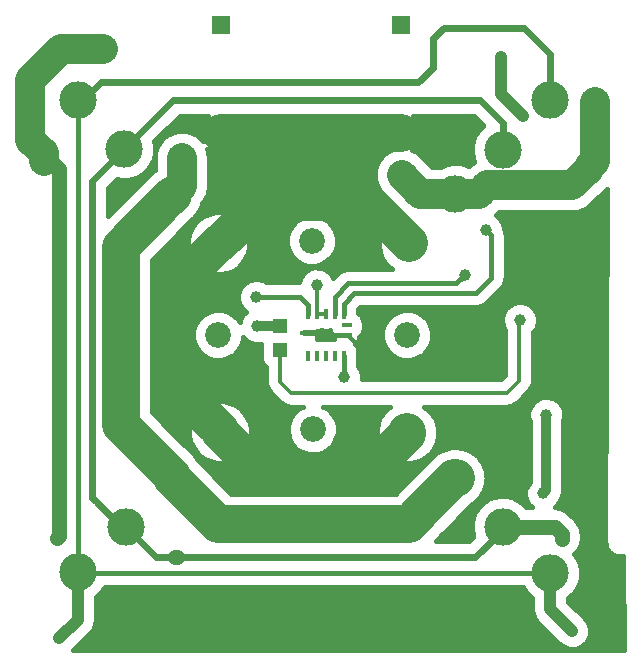
<source format=gbr>
G04 #@! TF.FileFunction,Copper,L2,Bot,Signal*
%FSLAX46Y46*%
G04 Gerber Fmt 4.6, Leading zero omitted, Abs format (unit mm)*
G04 Created by KiCad (PCBNEW 4.0.6) date 05/08/17 07:17:05*
%MOMM*%
%LPD*%
G01*
G04 APERTURE LIST*
%ADD10C,0.100000*%
%ADD11R,1.200000X1.200000*%
%ADD12C,2.540000*%
%ADD13C,3.175000*%
%ADD14R,0.350000X0.805000*%
%ADD15R,0.805000X0.400000*%
%ADD16R,1.600000X1.600000*%
%ADD17C,2.184400*%
%ADD18C,1.006400*%
%ADD19C,0.812800*%
%ADD20C,0.406400*%
%ADD21C,3.200000*%
%ADD22C,0.304800*%
%ADD23C,1.016000*%
%ADD24C,1.270000*%
%ADD25C,2.540000*%
%ADD26C,0.609600*%
G04 APERTURE END LIST*
D10*
D11*
X176540100Y-104293900D03*
X176540100Y-106393900D03*
D12*
X191385100Y-93155900D03*
D13*
X191385100Y-93155900D03*
D12*
X167376100Y-117190900D03*
D13*
X167376100Y-117190900D03*
D12*
X171471100Y-113312900D03*
D13*
X171471100Y-113312900D03*
D12*
X187502100Y-97344900D03*
D13*
X187502100Y-97344900D03*
D12*
X199393100Y-85154900D03*
D13*
X199393100Y-85154900D03*
D12*
X159426100Y-125149900D03*
D13*
X159426100Y-125149900D03*
D12*
X195380100Y-89398900D03*
D13*
X195380100Y-89398900D03*
D12*
X163489100Y-121348900D03*
D13*
X163489100Y-121348900D03*
D14*
X178926300Y-103292000D03*
X179676300Y-103292000D03*
X180426300Y-103292000D03*
X181176300Y-103292000D03*
X181926300Y-103292000D03*
D15*
X182198800Y-104264500D03*
D14*
X181926300Y-106837000D03*
X181176300Y-106837000D03*
X180426300Y-106837000D03*
X179676300Y-106837000D03*
X178926300Y-106837000D03*
D15*
X178653800Y-104889500D03*
X182198800Y-105064500D03*
D12*
X187325100Y-113335900D03*
D13*
X187325100Y-113335900D03*
D12*
X171340500Y-97318500D03*
D13*
X171340500Y-97318500D03*
D12*
X167453500Y-93243700D03*
D13*
X167453500Y-93243700D03*
D12*
X191409300Y-117206700D03*
D13*
X191409300Y-117206700D03*
D12*
X199416300Y-125216700D03*
D13*
X199416300Y-125216700D03*
D12*
X159447500Y-85198300D03*
D13*
X159447500Y-85198300D03*
D12*
X163367300Y-89364100D03*
D13*
X163367300Y-89364100D03*
D12*
X195379300Y-121331900D03*
D13*
X195379300Y-121331900D03*
D16*
X186752100Y-87964900D03*
X186752100Y-78820900D03*
X171512100Y-78820900D03*
X171512100Y-87964900D03*
D17*
X171307700Y-105089900D03*
X179257700Y-97113500D03*
X187309700Y-105089900D03*
X179308700Y-113090900D03*
D18*
X174609700Y-104327900D03*
X183909100Y-106056900D03*
X185499600Y-95342400D03*
X181975700Y-108645900D03*
X174533500Y-101889500D03*
X197156100Y-86538900D03*
X195245100Y-81528900D03*
X157696100Y-122279900D03*
X156042300Y-90332500D03*
X161522100Y-80875900D03*
X196860100Y-103819900D03*
X203248100Y-85354100D03*
X168233100Y-90074900D03*
X186837100Y-91519900D03*
X201280100Y-130165900D03*
X157860100Y-130768900D03*
X200429100Y-122324900D03*
X167622100Y-123875900D03*
X198836100Y-118506900D03*
X199095300Y-111846300D03*
X179680100Y-100897900D03*
X193982100Y-96219900D03*
X192178100Y-99986900D03*
D19*
X176540100Y-104293900D02*
X174745300Y-104293900D01*
X174745300Y-104293900D02*
X174609700Y-104327900D01*
D20*
X178653800Y-104889500D02*
X178680400Y-104862900D01*
X178680400Y-104862900D02*
X180125100Y-104862900D01*
X180125100Y-104862900D02*
X180326700Y-105064500D01*
X180326700Y-105064500D02*
X182198800Y-105064500D01*
D21*
X187325100Y-113335900D02*
X187325100Y-113476900D01*
X187325100Y-113476900D02*
X183835100Y-116966900D01*
X183835100Y-116966900D02*
X175125100Y-116966900D01*
X175125100Y-116966900D02*
X171471100Y-113312900D01*
X171471100Y-113312900D02*
X171471100Y-113177900D01*
X171471100Y-113177900D02*
X168360100Y-110066900D01*
X168360100Y-110066900D02*
X168360100Y-110010900D01*
X168360100Y-110010900D02*
X167375100Y-109025900D01*
X167375100Y-109025900D02*
X167375100Y-101283900D01*
X167375100Y-101283900D02*
X171340500Y-97318500D01*
X171340500Y-97318500D02*
X171458500Y-97318500D01*
X171458500Y-97318500D02*
X174976100Y-93800900D01*
X174976100Y-93800900D02*
X183958100Y-93800900D01*
X183958100Y-93800900D02*
X185499600Y-95342400D01*
X185499600Y-95342400D02*
X187502100Y-97344900D01*
X171512100Y-87964900D02*
X186752100Y-87964900D01*
X171512100Y-87964900D02*
X177779100Y-87964900D01*
X177779100Y-87964900D02*
X179196100Y-89381900D01*
X179196100Y-89381900D02*
X179539100Y-89381900D01*
X179539100Y-89381900D02*
X183958100Y-93800900D01*
D22*
X183909100Y-106056900D02*
X183191200Y-106056900D01*
X183191200Y-106056900D02*
X182198800Y-105064500D01*
D20*
X181926300Y-106837000D02*
X181926300Y-108596500D01*
X181926300Y-108596500D02*
X181975700Y-108645900D01*
X178926300Y-103292000D02*
X178926300Y-102523100D01*
X178926300Y-102523100D02*
X178241900Y-101838700D01*
X178241900Y-101838700D02*
X174584300Y-101838700D01*
X174584300Y-101838700D02*
X174533500Y-101889500D01*
D23*
X197156100Y-86538900D02*
X197024100Y-86493900D01*
X197024100Y-86493900D02*
X195245100Y-84714900D01*
X195245100Y-84714900D02*
X195245100Y-81528900D01*
D24*
X157696100Y-122279900D02*
X157860100Y-122115900D01*
X157860100Y-122115900D02*
X157860100Y-91007900D01*
X157860100Y-91007900D02*
X157184700Y-90332500D01*
X157184700Y-90332500D02*
X156548100Y-90332500D01*
X156548100Y-90332500D02*
X156042300Y-90332500D01*
D25*
X158024100Y-80875900D02*
X155399100Y-83500900D01*
X155399100Y-83500900D02*
X155399100Y-88542900D01*
X155399100Y-88542900D02*
X156548100Y-89691900D01*
X156548100Y-89691900D02*
X156548100Y-90332500D01*
X161522100Y-80875900D02*
X158024100Y-80875900D01*
D22*
X176540100Y-106393900D02*
X176540100Y-109052300D01*
X176540100Y-109052300D02*
X177479900Y-109992100D01*
X177479900Y-109992100D02*
X195742500Y-109992100D01*
X195742500Y-109992100D02*
X196783900Y-108950700D01*
X196783900Y-108950700D02*
X196783900Y-103896100D01*
X196783900Y-103896100D02*
X196860100Y-103819900D01*
D25*
X202702100Y-91007900D02*
X202702100Y-90842900D01*
X202702100Y-90842900D02*
X203194100Y-90350900D01*
X203194100Y-90350900D02*
X203194100Y-85408100D01*
X203194100Y-85408100D02*
X203248100Y-85354100D01*
X191385100Y-93155900D02*
X193373100Y-93155900D01*
X193373100Y-93155900D02*
X194108100Y-92420900D01*
X194108100Y-92420900D02*
X201289100Y-92420900D01*
X201289100Y-92420900D02*
X202702100Y-91007900D01*
D21*
X191409300Y-117206700D02*
X191311300Y-117206700D01*
X191311300Y-117206700D02*
X188265100Y-120252900D01*
X188265100Y-120252900D02*
X188265100Y-120309900D01*
X188265100Y-120309900D02*
X187445100Y-121129900D01*
X187445100Y-121129900D02*
X171315100Y-121129900D01*
X171315100Y-121129900D02*
X167376100Y-117190900D01*
X167376100Y-117190900D02*
X167376100Y-117015900D01*
X167376100Y-117015900D02*
X163055100Y-112694900D01*
X163055100Y-112694900D02*
X163055100Y-97642100D01*
X163055100Y-97642100D02*
X167090700Y-93606500D01*
X167090700Y-93606500D02*
X167453500Y-93243700D01*
D25*
X168233100Y-90074900D02*
X168233100Y-92464100D01*
X168233100Y-92464100D02*
X167090700Y-93606500D01*
X191385100Y-93155900D02*
X188435100Y-93117900D01*
X188435100Y-93117900D02*
X186837100Y-91519900D01*
D20*
X199416300Y-125216700D02*
X159492900Y-125216700D01*
X159492900Y-125216700D02*
X159426100Y-125149900D01*
X159426100Y-125149900D02*
X159426100Y-85219700D01*
X159426100Y-85219700D02*
X159447500Y-85198300D01*
X199349700Y-85198300D02*
X199393100Y-85154900D01*
D23*
X201280100Y-130165900D02*
X199416300Y-128302100D01*
X199416300Y-128302100D02*
X199416300Y-125216700D01*
X157860100Y-130768900D02*
X159426100Y-129202900D01*
X159426100Y-129202900D02*
X159426100Y-125149900D01*
D26*
X199349700Y-85198300D02*
X199366100Y-85181900D01*
X199366100Y-85181900D02*
X199366100Y-81313900D01*
X199366100Y-81313900D02*
X197176100Y-79123900D01*
X197176100Y-79123900D02*
X192968100Y-79123900D01*
X159447500Y-85198300D02*
X159859700Y-85198300D01*
X159859700Y-85198300D02*
X161380100Y-83677900D01*
X161380100Y-83677900D02*
X188262100Y-83677900D01*
X188262100Y-83677900D02*
X189494100Y-82445900D01*
X189494100Y-82445900D02*
X189494100Y-79980900D01*
X189494100Y-79980900D02*
X190405100Y-79069900D01*
X190405100Y-79069900D02*
X192914100Y-79069900D01*
X192914100Y-79069900D02*
X192968100Y-79123900D01*
X195380100Y-89398900D02*
X195380100Y-87105900D01*
X195380100Y-87105900D02*
X193503100Y-85228900D01*
X193503100Y-85228900D02*
X167502500Y-85228900D01*
X167502500Y-85228900D02*
X163367300Y-89364100D01*
X163489100Y-121348900D02*
X163097100Y-121348900D01*
X163097100Y-121348900D02*
X160924100Y-119175900D01*
X160924100Y-119175900D02*
X160924100Y-119129900D01*
X160924100Y-119129900D02*
X160651100Y-118856900D01*
X160651100Y-118856900D02*
X160651100Y-92080300D01*
X160651100Y-92080300D02*
X163367300Y-89364100D01*
X195379300Y-121331900D02*
X195379300Y-121588700D01*
X195379300Y-121588700D02*
X193412100Y-123555900D01*
X193412100Y-123555900D02*
X193368100Y-123555900D01*
X193368100Y-123555900D02*
X193048100Y-123875900D01*
X193048100Y-123875900D02*
X167804100Y-123875900D01*
X167622100Y-123875900D02*
X166016100Y-123875900D01*
X166016100Y-123875900D02*
X163489100Y-121348900D01*
D24*
X200429100Y-122324900D02*
X200429100Y-121958900D01*
X200429100Y-121958900D02*
X199791100Y-121320900D01*
X199791100Y-121320900D02*
X195390300Y-121320900D01*
X195390300Y-121320900D02*
X195379300Y-121331900D01*
X167622100Y-123875900D02*
X167804100Y-123875900D01*
D19*
X198836100Y-118506900D02*
X199095300Y-118247700D01*
X199095300Y-118247700D02*
X199095300Y-111846300D01*
D22*
X179680100Y-100897900D02*
X179715100Y-103229200D01*
X179715100Y-103229200D02*
X179676300Y-103292000D01*
X180426300Y-103292000D02*
X179676300Y-103292000D01*
D20*
X181926300Y-103292000D02*
X181926300Y-102426700D01*
X181926300Y-102426700D02*
X182846100Y-101506900D01*
X182846100Y-101506900D02*
X193158100Y-101506900D01*
X193158100Y-101506900D02*
X194425100Y-100239900D01*
X194425100Y-100239900D02*
X194425100Y-96662900D01*
X194425100Y-96662900D02*
X193982100Y-96219900D01*
X181176300Y-103292000D02*
X181176300Y-101846700D01*
X181176300Y-101846700D02*
X182308100Y-100714900D01*
X182308100Y-100714900D02*
X191419100Y-100714900D01*
X191419100Y-100714900D02*
X192178100Y-99986900D01*
G36*
X170399662Y-86580370D02*
X170291629Y-86652555D01*
X170199755Y-86744430D01*
X170127570Y-86852462D01*
X170077848Y-86972502D01*
X170052500Y-87099935D01*
X170052500Y-87775000D01*
X170217400Y-87939900D01*
X171487100Y-87939900D01*
X171487100Y-87919900D01*
X171537100Y-87919900D01*
X171537100Y-87939900D01*
X172806800Y-87939900D01*
X172971700Y-87775000D01*
X172971700Y-87099935D01*
X172946352Y-86972502D01*
X172896630Y-86852462D01*
X172824445Y-86744430D01*
X172732571Y-86652555D01*
X172624538Y-86580370D01*
X172550494Y-86549700D01*
X185713706Y-86549700D01*
X185639662Y-86580370D01*
X185531629Y-86652555D01*
X185439755Y-86744430D01*
X185367570Y-86852462D01*
X185317848Y-86972502D01*
X185292500Y-87099935D01*
X185292500Y-87775000D01*
X185457400Y-87939900D01*
X186727100Y-87939900D01*
X186727100Y-87919900D01*
X186777100Y-87919900D01*
X186777100Y-87939900D01*
X188046800Y-87939900D01*
X188211700Y-87775000D01*
X188211700Y-87099935D01*
X188186352Y-86972502D01*
X188136630Y-86852462D01*
X188064445Y-86744430D01*
X187972571Y-86652555D01*
X187864538Y-86580370D01*
X187790494Y-86549700D01*
X192956006Y-86549700D01*
X193756281Y-87349975D01*
X193740844Y-87360076D01*
X193376053Y-87717305D01*
X193087597Y-88138586D01*
X192886461Y-88607871D01*
X192780307Y-89107286D01*
X192773178Y-89617809D01*
X192865346Y-90119994D01*
X192991006Y-90437376D01*
X192863055Y-90503699D01*
X192853660Y-90511199D01*
X192843047Y-90516842D01*
X192679402Y-90650307D01*
X192514381Y-90782042D01*
X192497654Y-90798537D01*
X192497306Y-90798821D01*
X192497113Y-90799054D01*
X192158701Y-90656799D01*
X191658557Y-90554134D01*
X191147996Y-90550570D01*
X190646467Y-90646242D01*
X190173073Y-90837505D01*
X190148206Y-90853778D01*
X189394157Y-90844065D01*
X188453546Y-89903454D01*
X188108791Y-89620270D01*
X187715599Y-89409442D01*
X187706599Y-89406691D01*
X187744498Y-89399152D01*
X187864538Y-89349430D01*
X187972571Y-89277245D01*
X188064445Y-89185370D01*
X188136630Y-89077338D01*
X188186352Y-88957298D01*
X188211700Y-88829865D01*
X188211700Y-88154800D01*
X188046800Y-87989900D01*
X186777100Y-87989900D01*
X186777100Y-88009900D01*
X186727100Y-88009900D01*
X186727100Y-87989900D01*
X185457400Y-87989900D01*
X185292500Y-88154800D01*
X185292500Y-88829865D01*
X185317848Y-88957298D01*
X185367570Y-89077338D01*
X185439755Y-89185370D01*
X185531629Y-89277245D01*
X185639662Y-89349430D01*
X185759702Y-89399152D01*
X185887135Y-89424500D01*
X185933260Y-89424500D01*
X185578701Y-89611438D01*
X185231978Y-89892209D01*
X184946393Y-90234977D01*
X184732826Y-90626689D01*
X184599409Y-91052423D01*
X184551225Y-91495961D01*
X184590110Y-91940412D01*
X184714582Y-92368847D01*
X184919899Y-92764945D01*
X185198242Y-93113619D01*
X185220654Y-93136346D01*
X186818654Y-94734346D01*
X186907936Y-94807683D01*
X186763467Y-94835242D01*
X186290073Y-95026505D01*
X185862844Y-95306076D01*
X185498053Y-95663305D01*
X185209597Y-96084586D01*
X185008461Y-96553871D01*
X184902307Y-97053286D01*
X184895178Y-97563809D01*
X184987346Y-98065994D01*
X185175300Y-98540713D01*
X185451882Y-98969883D01*
X185806555Y-99337158D01*
X186034667Y-99495700D01*
X182308100Y-99495700D01*
X182195997Y-99506692D01*
X182083827Y-99516505D01*
X182077672Y-99518293D01*
X182071289Y-99518919D01*
X181963440Y-99551481D01*
X181855328Y-99582890D01*
X181849637Y-99585840D01*
X181843499Y-99587693D01*
X181744072Y-99640560D01*
X181644076Y-99692392D01*
X181639064Y-99696393D01*
X181633405Y-99699402D01*
X181546134Y-99770578D01*
X181458117Y-99840842D01*
X181449192Y-99849643D01*
X181449010Y-99849791D01*
X181448871Y-99849959D01*
X181445995Y-99852795D01*
X181054116Y-100244674D01*
X181027965Y-100181228D01*
X180863092Y-99933075D01*
X180653160Y-99721672D01*
X180406165Y-99555072D01*
X180131513Y-99439619D01*
X179839668Y-99379712D01*
X179541745Y-99377632D01*
X179249091Y-99433458D01*
X178972855Y-99545065D01*
X178723557Y-99708201D01*
X178510694Y-99916652D01*
X178342373Y-100162478D01*
X178225006Y-100436317D01*
X178186069Y-100619500D01*
X175367537Y-100619500D01*
X175259565Y-100546672D01*
X174984913Y-100431219D01*
X174693068Y-100371312D01*
X174395145Y-100369232D01*
X174102491Y-100425058D01*
X173826255Y-100536665D01*
X173576957Y-100699801D01*
X173364094Y-100908252D01*
X173195773Y-101154078D01*
X173078406Y-101427917D01*
X173016463Y-101719337D01*
X173012303Y-102017238D01*
X173066085Y-102310274D01*
X173175761Y-102587283D01*
X173337152Y-102837714D01*
X173544112Y-103052027D01*
X173660853Y-103133165D01*
X173653157Y-103138201D01*
X173440294Y-103346652D01*
X173271973Y-103592478D01*
X173154606Y-103866317D01*
X173123423Y-104013020D01*
X172949343Y-103751008D01*
X172658020Y-103457644D01*
X172315263Y-103226452D01*
X171934128Y-103066237D01*
X171529133Y-102983104D01*
X171115704Y-102980217D01*
X170709588Y-103057688D01*
X170326253Y-103212565D01*
X169980302Y-103438950D01*
X169684911Y-103728218D01*
X169451331Y-104069353D01*
X169288460Y-104449359D01*
X169202501Y-104853764D01*
X169196729Y-105267163D01*
X169271362Y-105673810D01*
X169423559Y-106058217D01*
X169647523Y-106405740D01*
X169934722Y-106703144D01*
X170274218Y-106939099D01*
X170653078Y-107104619D01*
X171056873Y-107193399D01*
X171470222Y-107202058D01*
X171877380Y-107130265D01*
X172262839Y-106980755D01*
X172611918Y-106759223D01*
X172911319Y-106474107D01*
X173149639Y-106136267D01*
X173317800Y-105758571D01*
X173409397Y-105355406D01*
X173410565Y-105271789D01*
X173413352Y-105276114D01*
X173620312Y-105490427D01*
X173864957Y-105660460D01*
X174137970Y-105779736D01*
X174428950Y-105843712D01*
X174726816Y-105849952D01*
X174919185Y-105816032D01*
X174919185Y-106993900D01*
X174932087Y-107155694D01*
X175017070Y-107430114D01*
X175175140Y-107669994D01*
X175371700Y-107837521D01*
X175371700Y-109052300D01*
X175382230Y-109159689D01*
X175391638Y-109267229D01*
X175393353Y-109273131D01*
X175393952Y-109279243D01*
X175425144Y-109382558D01*
X175455257Y-109486206D01*
X175458084Y-109491659D01*
X175459860Y-109497543D01*
X175510526Y-109592831D01*
X175560197Y-109688657D01*
X175564032Y-109693461D01*
X175566915Y-109698883D01*
X175635110Y-109782498D01*
X175702462Y-109866868D01*
X175710898Y-109875423D01*
X175711038Y-109875595D01*
X175711197Y-109875727D01*
X175713916Y-109878484D01*
X176653717Y-110818284D01*
X176737100Y-110886775D01*
X176819793Y-110956163D01*
X176825177Y-110959123D01*
X176829924Y-110963022D01*
X176925027Y-111014016D01*
X177019618Y-111066018D01*
X177025475Y-111067876D01*
X177030889Y-111070779D01*
X177134080Y-111102327D01*
X177236976Y-111134968D01*
X177243084Y-111135653D01*
X177248958Y-111137449D01*
X177356331Y-111148356D01*
X177463587Y-111160386D01*
X177475595Y-111160470D01*
X177475822Y-111160493D01*
X177476034Y-111160473D01*
X177479900Y-111160500D01*
X178458594Y-111160500D01*
X178327253Y-111213565D01*
X177981302Y-111439950D01*
X177685911Y-111729218D01*
X177452331Y-112070353D01*
X177289460Y-112450359D01*
X177203501Y-112854764D01*
X177197729Y-113268163D01*
X177272362Y-113674810D01*
X177424559Y-114059217D01*
X177648523Y-114406740D01*
X177935722Y-114704144D01*
X178275218Y-114940099D01*
X178654078Y-115105619D01*
X179057873Y-115194399D01*
X179471222Y-115203058D01*
X179878380Y-115131265D01*
X180263839Y-114981755D01*
X180612918Y-114760223D01*
X180912319Y-114475107D01*
X181150639Y-114137267D01*
X181318800Y-113759571D01*
X181410397Y-113356406D01*
X181416991Y-112884180D01*
X181336687Y-112478615D01*
X181179137Y-112096371D01*
X180950343Y-111752008D01*
X180659020Y-111458644D01*
X180316263Y-111227452D01*
X180156991Y-111160500D01*
X185894554Y-111160500D01*
X185685844Y-111297076D01*
X185321053Y-111654305D01*
X185032597Y-112075586D01*
X184831461Y-112544871D01*
X184725307Y-113044286D01*
X184718178Y-113554809D01*
X184810346Y-114056994D01*
X184998300Y-114531713D01*
X185274882Y-114960883D01*
X185629555Y-115328158D01*
X186048812Y-115619549D01*
X186516682Y-115823956D01*
X187015344Y-115933594D01*
X187525804Y-115944287D01*
X188028620Y-115855627D01*
X188504639Y-115670991D01*
X188935730Y-115397413D01*
X189305472Y-115045312D01*
X189599783Y-114628100D01*
X189807452Y-114161668D01*
X189920568Y-113663784D01*
X189928711Y-113080614D01*
X189829541Y-112579765D01*
X189634977Y-112107717D01*
X189352430Y-111682450D01*
X188992663Y-111320163D01*
X188755953Y-111160500D01*
X195742500Y-111160500D01*
X195849889Y-111149970D01*
X195957429Y-111140562D01*
X195963331Y-111138847D01*
X195969443Y-111138248D01*
X196072758Y-111107056D01*
X196176406Y-111076943D01*
X196181859Y-111074116D01*
X196187743Y-111072340D01*
X196283031Y-111021674D01*
X196378857Y-110972003D01*
X196383661Y-110968168D01*
X196389083Y-110965285D01*
X196472698Y-110897090D01*
X196557068Y-110829738D01*
X196565623Y-110821302D01*
X196565795Y-110821162D01*
X196565927Y-110821003D01*
X196568684Y-110818284D01*
X197610084Y-109776884D01*
X197678596Y-109693476D01*
X197747963Y-109610807D01*
X197750923Y-109605423D01*
X197754822Y-109600676D01*
X197805816Y-109505573D01*
X197857818Y-109410982D01*
X197859676Y-109405125D01*
X197862579Y-109399711D01*
X197894127Y-109296520D01*
X197926768Y-109193624D01*
X197927453Y-109187516D01*
X197929249Y-109181642D01*
X197940156Y-109074269D01*
X197952186Y-108967013D01*
X197952270Y-108955005D01*
X197952293Y-108954778D01*
X197952273Y-108954566D01*
X197952300Y-108950700D01*
X197952300Y-104877747D01*
X198015692Y-104817380D01*
X198187428Y-104573927D01*
X198308608Y-104301754D01*
X198374614Y-104011228D01*
X198379365Y-103670935D01*
X198321497Y-103378678D01*
X198207965Y-103103228D01*
X198043092Y-102855075D01*
X197833160Y-102643672D01*
X197586165Y-102477072D01*
X197311513Y-102361619D01*
X197019668Y-102301712D01*
X196721745Y-102299632D01*
X196429091Y-102355458D01*
X196152855Y-102467065D01*
X195903557Y-102630201D01*
X195690694Y-102838652D01*
X195522373Y-103084478D01*
X195405006Y-103358317D01*
X195343063Y-103649737D01*
X195338903Y-103947638D01*
X195392685Y-104240674D01*
X195502361Y-104517683D01*
X195615500Y-104693241D01*
X195615500Y-108466732D01*
X195258532Y-108823700D01*
X183490403Y-108823700D01*
X183494965Y-108496935D01*
X183437097Y-108204678D01*
X183323565Y-107929228D01*
X183158692Y-107681075D01*
X183145500Y-107667791D01*
X183145500Y-106837000D01*
X183122281Y-106600189D01*
X183122215Y-106599970D01*
X183122215Y-106434500D01*
X183109313Y-106272706D01*
X183024330Y-105998286D01*
X182922236Y-105843352D01*
X183021771Y-105776845D01*
X183113645Y-105684970D01*
X183185830Y-105576938D01*
X183235552Y-105456898D01*
X183260900Y-105329465D01*
X183260900Y-105267163D01*
X185198729Y-105267163D01*
X185273362Y-105673810D01*
X185425559Y-106058217D01*
X185649523Y-106405740D01*
X185936722Y-106703144D01*
X186276218Y-106939099D01*
X186655078Y-107104619D01*
X187058873Y-107193399D01*
X187472222Y-107202058D01*
X187879380Y-107130265D01*
X188264839Y-106980755D01*
X188613918Y-106759223D01*
X188913319Y-106474107D01*
X189151639Y-106136267D01*
X189319800Y-105758571D01*
X189411397Y-105355406D01*
X189417991Y-104883180D01*
X189337687Y-104477615D01*
X189180137Y-104095371D01*
X188951343Y-103751008D01*
X188660020Y-103457644D01*
X188317263Y-103226452D01*
X187936128Y-103066237D01*
X187531133Y-102983104D01*
X187117704Y-102980217D01*
X186711588Y-103057688D01*
X186328253Y-103212565D01*
X185982302Y-103438950D01*
X185686911Y-103728218D01*
X185453331Y-104069353D01*
X185290460Y-104449359D01*
X185204501Y-104853764D01*
X185198729Y-105267163D01*
X183260900Y-105267163D01*
X183260900Y-105254400D01*
X183252418Y-105245918D01*
X183277394Y-105229460D01*
X183463740Y-105010819D01*
X183581796Y-104748920D01*
X183622215Y-104464500D01*
X183622215Y-104064500D01*
X183609313Y-103902706D01*
X183524330Y-103628286D01*
X183366260Y-103388406D01*
X183147619Y-103202060D01*
X183145500Y-103201105D01*
X183145500Y-102931710D01*
X183351109Y-102726100D01*
X193158100Y-102726100D01*
X193270203Y-102715108D01*
X193382373Y-102705295D01*
X193388528Y-102703507D01*
X193394911Y-102702881D01*
X193502760Y-102670319D01*
X193610872Y-102638910D01*
X193616563Y-102635960D01*
X193622701Y-102634107D01*
X193722128Y-102581240D01*
X193822124Y-102529408D01*
X193827136Y-102525407D01*
X193832795Y-102522398D01*
X193920066Y-102451222D01*
X194008083Y-102380958D01*
X194017008Y-102372157D01*
X194017190Y-102372009D01*
X194017329Y-102371841D01*
X194020205Y-102369005D01*
X195287205Y-101102004D01*
X195358687Y-101014980D01*
X195431078Y-100928708D01*
X195434166Y-100923091D01*
X195438237Y-100918135D01*
X195491487Y-100818826D01*
X195545710Y-100720194D01*
X195547647Y-100714087D01*
X195550679Y-100708433D01*
X195583618Y-100600693D01*
X195617658Y-100493386D01*
X195618373Y-100487015D01*
X195620247Y-100480884D01*
X195631631Y-100368815D01*
X195644181Y-100256923D01*
X195644269Y-100244397D01*
X195644293Y-100244156D01*
X195644272Y-100243932D01*
X195644300Y-100239900D01*
X195644300Y-96662900D01*
X195633313Y-96550842D01*
X195623495Y-96438627D01*
X195621707Y-96432472D01*
X195621081Y-96426089D01*
X195588519Y-96318240D01*
X195557110Y-96210128D01*
X195554160Y-96204437D01*
X195552307Y-96198299D01*
X195500936Y-96101684D01*
X195501365Y-96070935D01*
X195443497Y-95778678D01*
X195329965Y-95503228D01*
X195165092Y-95255075D01*
X194955160Y-95043672D01*
X194792580Y-94934011D01*
X194801798Y-94926493D01*
X194966819Y-94794758D01*
X194983546Y-94778263D01*
X194983894Y-94777979D01*
X194984161Y-94777657D01*
X194989546Y-94772346D01*
X195054992Y-94706900D01*
X201289100Y-94706900D01*
X201499234Y-94686296D01*
X201709612Y-94667890D01*
X201721156Y-94664536D01*
X201733120Y-94663363D01*
X201935287Y-94602325D01*
X202138047Y-94543418D01*
X202148718Y-94537887D01*
X202160227Y-94534412D01*
X202346678Y-94435275D01*
X202534145Y-94338101D01*
X202543540Y-94330601D01*
X202554153Y-94324958D01*
X202717798Y-94191493D01*
X202882819Y-94059758D01*
X202899546Y-94043263D01*
X202899894Y-94042979D01*
X202900161Y-94042657D01*
X202905546Y-94037346D01*
X204186676Y-92756216D01*
X204098105Y-122695672D01*
X204107106Y-122790357D01*
X204114125Y-122885203D01*
X204117172Y-122896241D01*
X204118256Y-122907643D01*
X204145476Y-122998774D01*
X204170783Y-123090452D01*
X204175916Y-123100689D01*
X204179194Y-123111662D01*
X204223598Y-123195773D01*
X204266230Y-123280786D01*
X204273254Y-123289831D01*
X204278601Y-123299959D01*
X204338488Y-123373833D01*
X204396828Y-123448958D01*
X204405477Y-123456468D01*
X204412687Y-123465362D01*
X204485765Y-123526182D01*
X204557604Y-123588560D01*
X204567550Y-123594249D01*
X204576348Y-123601571D01*
X204659843Y-123647037D01*
X204742433Y-123694275D01*
X204753291Y-123697922D01*
X204763347Y-123703398D01*
X204854128Y-123731794D01*
X204944276Y-123762075D01*
X204955630Y-123763543D01*
X204966563Y-123766963D01*
X205061126Y-123777185D01*
X205155444Y-123789381D01*
X205170673Y-123789744D01*
X205612914Y-123797215D01*
X205696327Y-131734900D01*
X159049362Y-131734900D01*
X160503730Y-130280531D01*
X160593072Y-130171765D01*
X160683573Y-130063910D01*
X160687434Y-130056887D01*
X160692520Y-130050695D01*
X160759041Y-129926633D01*
X160826862Y-129803267D01*
X160829285Y-129795629D01*
X160833072Y-129788566D01*
X160874229Y-129653949D01*
X160916797Y-129519757D01*
X160917690Y-129511792D01*
X160920033Y-129504130D01*
X160934262Y-129364050D01*
X160949951Y-129224178D01*
X160950061Y-129208519D01*
X160950091Y-129208220D01*
X160950065Y-129207942D01*
X160950100Y-129202900D01*
X160950100Y-127266390D01*
X161036730Y-127211413D01*
X161406472Y-126859312D01*
X161700783Y-126442100D01*
X161703543Y-126435900D01*
X197104572Y-126435900D01*
X197366082Y-126841683D01*
X197720755Y-127208958D01*
X197892300Y-127328185D01*
X197892300Y-128302100D01*
X197906038Y-128442210D01*
X197918306Y-128582442D01*
X197920542Y-128590139D01*
X197921324Y-128598113D01*
X197962011Y-128732873D01*
X198001288Y-128868065D01*
X198004976Y-128875180D01*
X198007292Y-128882851D01*
X198073380Y-129007145D01*
X198138166Y-129132130D01*
X198143166Y-129138393D01*
X198146928Y-129145469D01*
X198235929Y-129254595D01*
X198323729Y-129364580D01*
X198334725Y-129375731D01*
X198334914Y-129375963D01*
X198335128Y-129376140D01*
X198338669Y-129379731D01*
X200202469Y-131243531D01*
X200232742Y-131268398D01*
X200290712Y-131328427D01*
X200388922Y-131396685D01*
X200432305Y-131432320D01*
X200466828Y-131450831D01*
X200535357Y-131498460D01*
X200644959Y-131546344D01*
X200694434Y-131572872D01*
X200731895Y-131584325D01*
X200808370Y-131617736D01*
X200925180Y-131643418D01*
X200978870Y-131659833D01*
X201017845Y-131663792D01*
X201099350Y-131681712D01*
X201218920Y-131684217D01*
X201274780Y-131689891D01*
X201313782Y-131686204D01*
X201397216Y-131687952D01*
X201515011Y-131667182D01*
X201570893Y-131661899D01*
X201608425Y-131650710D01*
X201690620Y-131636217D01*
X201802141Y-131592961D01*
X201855929Y-131576926D01*
X201890573Y-131558660D01*
X201968388Y-131528478D01*
X202069377Y-131464388D01*
X202119033Y-131438208D01*
X202149473Y-131413558D01*
X202219939Y-131368839D01*
X202306561Y-131286350D01*
X202350181Y-131251027D01*
X202375251Y-131220937D01*
X202435692Y-131163380D01*
X202504634Y-131065647D01*
X202540571Y-131022515D01*
X202559324Y-130988119D01*
X202607428Y-130919927D01*
X202656075Y-130810664D01*
X202682949Y-130761374D01*
X202694663Y-130723996D01*
X202728608Y-130647754D01*
X202755106Y-130531121D01*
X202771894Y-130477552D01*
X202776124Y-130438610D01*
X202794614Y-130357228D01*
X202796037Y-130255309D01*
X202804016Y-130181859D01*
X202798019Y-130113315D01*
X202799365Y-130016935D01*
X202781848Y-129928466D01*
X202778094Y-129885558D01*
X202763204Y-129834306D01*
X202741497Y-129724678D01*
X202707126Y-129641289D01*
X202695112Y-129599935D01*
X202670556Y-129552561D01*
X202627965Y-129449228D01*
X202578053Y-129374104D01*
X202558234Y-129335870D01*
X202524940Y-129294164D01*
X202463092Y-129201075D01*
X202399538Y-129137076D01*
X202372671Y-129103420D01*
X202357731Y-129088269D01*
X200940300Y-127670838D01*
X200940300Y-127333190D01*
X201026930Y-127278213D01*
X201396672Y-126926112D01*
X201690983Y-126508900D01*
X201898652Y-126042468D01*
X202011768Y-125544584D01*
X202019911Y-124961414D01*
X201920741Y-124460565D01*
X201726177Y-123988517D01*
X201467146Y-123598644D01*
X201584244Y-123504494D01*
X201791362Y-123257661D01*
X201946592Y-122975298D01*
X202044022Y-122668162D01*
X202079939Y-122347952D01*
X202080100Y-122324900D01*
X202080100Y-121958900D01*
X202065214Y-121807082D01*
X202051926Y-121655197D01*
X202049504Y-121646862D01*
X202048657Y-121638219D01*
X202004563Y-121492173D01*
X201962030Y-121345772D01*
X201958036Y-121338067D01*
X201955526Y-121329753D01*
X201883927Y-121195096D01*
X201813745Y-121059700D01*
X201808327Y-121052913D01*
X201804253Y-121045251D01*
X201707863Y-120927065D01*
X201612719Y-120807881D01*
X201600805Y-120795799D01*
X201600601Y-120795549D01*
X201600369Y-120795357D01*
X201596533Y-120791467D01*
X200958533Y-120153467D01*
X200840701Y-120056678D01*
X200723861Y-119958638D01*
X200716252Y-119954455D01*
X200709544Y-119948945D01*
X200575126Y-119876871D01*
X200441498Y-119803408D01*
X200433226Y-119800784D01*
X200425572Y-119796680D01*
X200279738Y-119752094D01*
X200134362Y-119705978D01*
X200125731Y-119705010D01*
X200117433Y-119702473D01*
X199965748Y-119687065D01*
X199817335Y-119670418D01*
X199991692Y-119504380D01*
X200163428Y-119260927D01*
X200242983Y-119082245D01*
X200268941Y-119051309D01*
X200272542Y-119044759D01*
X200277293Y-119038975D01*
X200339397Y-118923151D01*
X200402678Y-118808043D01*
X200404940Y-118800911D01*
X200408474Y-118794321D01*
X200446876Y-118668714D01*
X200486617Y-118543434D01*
X200487451Y-118535998D01*
X200489637Y-118528848D01*
X200502912Y-118398160D01*
X200517561Y-118267560D01*
X200517663Y-118252937D01*
X200517691Y-118252665D01*
X200517667Y-118252411D01*
X200517700Y-118247700D01*
X200517700Y-112386793D01*
X200543808Y-112328154D01*
X200609814Y-112037628D01*
X200614565Y-111697335D01*
X200556697Y-111405078D01*
X200443165Y-111129628D01*
X200278292Y-110881475D01*
X200068360Y-110670072D01*
X199821365Y-110503472D01*
X199546713Y-110388019D01*
X199254868Y-110328112D01*
X198956945Y-110326032D01*
X198664291Y-110381858D01*
X198388055Y-110493465D01*
X198138757Y-110656601D01*
X197925894Y-110865052D01*
X197757573Y-111110878D01*
X197640206Y-111384717D01*
X197578263Y-111676137D01*
X197574103Y-111974038D01*
X197627885Y-112267074D01*
X197672900Y-112380769D01*
X197672900Y-117519575D01*
X197666694Y-117525652D01*
X197498373Y-117771478D01*
X197381006Y-118045317D01*
X197319063Y-118336737D01*
X197314903Y-118634638D01*
X197368685Y-118927674D01*
X197478361Y-119204683D01*
X197639752Y-119455114D01*
X197846712Y-119669427D01*
X197847393Y-119669900D01*
X197398139Y-119669900D01*
X197046863Y-119316163D01*
X196623579Y-119030654D01*
X196152901Y-118832799D01*
X195652757Y-118730134D01*
X195142196Y-118726570D01*
X194640667Y-118822242D01*
X194167273Y-119013505D01*
X193740044Y-119293076D01*
X193375253Y-119650305D01*
X193086797Y-120071586D01*
X192885661Y-120540871D01*
X192779507Y-121040286D01*
X192772378Y-121550809D01*
X192864546Y-122052994D01*
X192916327Y-122183779D01*
X192655345Y-122444761D01*
X192648741Y-122448184D01*
X192643313Y-122452517D01*
X192637180Y-122455778D01*
X192542616Y-122532902D01*
X192514810Y-122555100D01*
X189719482Y-122555100D01*
X190114891Y-122159691D01*
X190268248Y-121972991D01*
X190391623Y-121825959D01*
X192803563Y-119414020D01*
X192856972Y-119385622D01*
X192934297Y-119322557D01*
X193019930Y-119268213D01*
X193133283Y-119160269D01*
X193252623Y-119062937D01*
X193316228Y-118986052D01*
X193389672Y-118916112D01*
X193479897Y-118788210D01*
X193578062Y-118669549D01*
X193625522Y-118581774D01*
X193683983Y-118498900D01*
X193747647Y-118355908D01*
X193820894Y-118220441D01*
X193850401Y-118125119D01*
X193891652Y-118032468D01*
X193926329Y-117879835D01*
X193971869Y-117732720D01*
X193982299Y-117633480D01*
X194004768Y-117534584D01*
X194006618Y-117402104D01*
X194025236Y-117224963D01*
X194011239Y-117071162D01*
X194012911Y-116951414D01*
X193989649Y-116833933D01*
X193978963Y-116716510D01*
X193940569Y-116586059D01*
X193913741Y-116450565D01*
X193868103Y-116339838D01*
X193834813Y-116226729D01*
X193771813Y-116106221D01*
X193719177Y-115978517D01*
X193652899Y-115878761D01*
X193598275Y-115774275D01*
X193513069Y-115668300D01*
X193436630Y-115553250D01*
X193352243Y-115468272D01*
X193278361Y-115376381D01*
X193174186Y-115288968D01*
X193076863Y-115190963D01*
X192977581Y-115123996D01*
X192887254Y-115048203D01*
X192768085Y-114982689D01*
X192653579Y-114905454D01*
X192543176Y-114859045D01*
X192439852Y-114802242D01*
X192310233Y-114761124D01*
X192182901Y-114707599D01*
X192065584Y-114683517D01*
X191953197Y-114647866D01*
X191818062Y-114632708D01*
X191682757Y-114604934D01*
X191562997Y-114604098D01*
X191445825Y-114590955D01*
X191409300Y-114590700D01*
X191311300Y-114590700D01*
X191200466Y-114601567D01*
X191172196Y-114601370D01*
X191140170Y-114607479D01*
X191070778Y-114614283D01*
X190830083Y-114635341D01*
X190816874Y-114639179D01*
X190803183Y-114640521D01*
X190571866Y-114710360D01*
X190339802Y-114777781D01*
X190327587Y-114784113D01*
X190314420Y-114788088D01*
X190101079Y-114901523D01*
X189886524Y-115012738D01*
X189875773Y-115021320D01*
X189863628Y-115027778D01*
X189676374Y-115180498D01*
X189487516Y-115331262D01*
X189468369Y-115350144D01*
X189467977Y-115350463D01*
X189467677Y-115350826D01*
X189461508Y-115356909D01*
X186415309Y-118403109D01*
X186324304Y-118513900D01*
X172398682Y-118513900D01*
X169671392Y-115786610D01*
X169570062Y-115591125D01*
X169561481Y-115580376D01*
X169555022Y-115568228D01*
X169402284Y-115380952D01*
X169251538Y-115192116D01*
X169232660Y-115172973D01*
X169232337Y-115172577D01*
X169231970Y-115172274D01*
X169225891Y-115166109D01*
X167591591Y-113531809D01*
X168864178Y-113531809D01*
X168956346Y-114033994D01*
X169144300Y-114508713D01*
X169420882Y-114937883D01*
X169775555Y-115305158D01*
X170194812Y-115596549D01*
X170662682Y-115800956D01*
X171161344Y-115910594D01*
X171671804Y-115921287D01*
X172174620Y-115832627D01*
X172650639Y-115647991D01*
X173081730Y-115374413D01*
X173451472Y-115022312D01*
X173745783Y-114605100D01*
X173953452Y-114138668D01*
X174066568Y-113640784D01*
X174074711Y-113057614D01*
X173975541Y-112556765D01*
X173780977Y-112084717D01*
X173498430Y-111659450D01*
X173138663Y-111297163D01*
X172715379Y-111011654D01*
X172244701Y-110813799D01*
X171744557Y-110711134D01*
X171233996Y-110707570D01*
X170732467Y-110803242D01*
X170259073Y-110994505D01*
X169831844Y-111274076D01*
X169467053Y-111631305D01*
X169178597Y-112052586D01*
X168977461Y-112521871D01*
X168871307Y-113021286D01*
X168864178Y-113531809D01*
X167591591Y-113531809D01*
X165671100Y-111611318D01*
X165671100Y-98725682D01*
X166859373Y-97537409D01*
X168733578Y-97537409D01*
X168825746Y-98039594D01*
X169013700Y-98514313D01*
X169290282Y-98943483D01*
X169644955Y-99310758D01*
X170064212Y-99602149D01*
X170532082Y-99806556D01*
X171030744Y-99916194D01*
X171541204Y-99926887D01*
X172044020Y-99838227D01*
X172520039Y-99653591D01*
X172951130Y-99380013D01*
X173320872Y-99027912D01*
X173615183Y-98610700D01*
X173822852Y-98144268D01*
X173935968Y-97646384D01*
X173940933Y-97290763D01*
X177146729Y-97290763D01*
X177221362Y-97697410D01*
X177373559Y-98081817D01*
X177597523Y-98429340D01*
X177884722Y-98726744D01*
X178224218Y-98962699D01*
X178603078Y-99128219D01*
X179006873Y-99216999D01*
X179420222Y-99225658D01*
X179827380Y-99153865D01*
X180212839Y-99004355D01*
X180561918Y-98782823D01*
X180861319Y-98497707D01*
X181099639Y-98159867D01*
X181267800Y-97782171D01*
X181359397Y-97379006D01*
X181365991Y-96906780D01*
X181285687Y-96501215D01*
X181128137Y-96118971D01*
X180899343Y-95774608D01*
X180608020Y-95481244D01*
X180265263Y-95250052D01*
X179884128Y-95089837D01*
X179479133Y-95006704D01*
X179065704Y-95003817D01*
X178659588Y-95081288D01*
X178276253Y-95236165D01*
X177930302Y-95462550D01*
X177634911Y-95751818D01*
X177401331Y-96092953D01*
X177238460Y-96472959D01*
X177152501Y-96877364D01*
X177146729Y-97290763D01*
X173940933Y-97290763D01*
X173944111Y-97063214D01*
X173844941Y-96562365D01*
X173650377Y-96090317D01*
X173367830Y-95665050D01*
X173008063Y-95302763D01*
X172584779Y-95017254D01*
X172114101Y-94819399D01*
X171613957Y-94716734D01*
X171103396Y-94713170D01*
X170601867Y-94808842D01*
X170128473Y-95000105D01*
X169701244Y-95279676D01*
X169336453Y-95636905D01*
X169047997Y-96058186D01*
X168846861Y-96527471D01*
X168740707Y-97026886D01*
X168733578Y-97537409D01*
X166859373Y-97537409D01*
X168940491Y-95456292D01*
X168940496Y-95456286D01*
X169303292Y-95093491D01*
X169363749Y-95019889D01*
X169433872Y-94953112D01*
X169526752Y-94821446D01*
X169627356Y-94698969D01*
X169672366Y-94615026D01*
X169728183Y-94535900D01*
X169793723Y-94388696D01*
X169868618Y-94249016D01*
X169896465Y-94157933D01*
X169935852Y-94069468D01*
X169965371Y-93939538D01*
X169983572Y-93917380D01*
X170119309Y-93755615D01*
X170125100Y-93745081D01*
X170132731Y-93735791D01*
X170232539Y-93549650D01*
X170334243Y-93364651D01*
X170337876Y-93353197D01*
X170343559Y-93342599D01*
X170405313Y-93140610D01*
X170469145Y-92939386D01*
X170470485Y-92927442D01*
X170474000Y-92915944D01*
X170495346Y-92705799D01*
X170518877Y-92496018D01*
X170519041Y-92472531D01*
X170519087Y-92472079D01*
X170519047Y-92471658D01*
X170519100Y-92464100D01*
X170519100Y-90074900D01*
X170475563Y-89630880D01*
X170388295Y-89341835D01*
X170399662Y-89349430D01*
X170519702Y-89399152D01*
X170647135Y-89424500D01*
X171322200Y-89424500D01*
X171487100Y-89259600D01*
X171487100Y-87989900D01*
X171537100Y-87989900D01*
X171537100Y-89259600D01*
X171702000Y-89424500D01*
X172377065Y-89424500D01*
X172504498Y-89399152D01*
X172624538Y-89349430D01*
X172732571Y-89277245D01*
X172824445Y-89185370D01*
X172896630Y-89077338D01*
X172946352Y-88957298D01*
X172971700Y-88829865D01*
X172971700Y-88154800D01*
X172806800Y-87989900D01*
X171537100Y-87989900D01*
X171487100Y-87989900D01*
X170217400Y-87989900D01*
X170052500Y-88154800D01*
X170052500Y-88706046D01*
X169855179Y-88464106D01*
X169511415Y-88179720D01*
X169118961Y-87967521D01*
X168692764Y-87835591D01*
X168249059Y-87788956D01*
X167804746Y-87829391D01*
X167376749Y-87955358D01*
X166981370Y-88162057D01*
X166633670Y-88441615D01*
X166346891Y-88783385D01*
X166131957Y-89174349D01*
X165997055Y-89599614D01*
X165947323Y-90042982D01*
X165947100Y-90074900D01*
X165947100Y-91114898D01*
X165925981Y-91131757D01*
X165814244Y-91204876D01*
X165725398Y-91291880D01*
X165629716Y-91368262D01*
X165603709Y-91393908D01*
X165240980Y-91756638D01*
X165240908Y-91756709D01*
X161971900Y-95025718D01*
X161971900Y-92627394D01*
X162713207Y-91886087D01*
X163057544Y-91961794D01*
X163568004Y-91972487D01*
X164070820Y-91883827D01*
X164546839Y-91699191D01*
X164977930Y-91425613D01*
X165347672Y-91073512D01*
X165641983Y-90656300D01*
X165849652Y-90189868D01*
X165962768Y-89691984D01*
X165970911Y-89108814D01*
X165891506Y-88707788D01*
X168049594Y-86549700D01*
X170473706Y-86549700D01*
X170399662Y-86580370D01*
X170399662Y-86580370D01*
G37*
X170399662Y-86580370D02*
X170291629Y-86652555D01*
X170199755Y-86744430D01*
X170127570Y-86852462D01*
X170077848Y-86972502D01*
X170052500Y-87099935D01*
X170052500Y-87775000D01*
X170217400Y-87939900D01*
X171487100Y-87939900D01*
X171487100Y-87919900D01*
X171537100Y-87919900D01*
X171537100Y-87939900D01*
X172806800Y-87939900D01*
X172971700Y-87775000D01*
X172971700Y-87099935D01*
X172946352Y-86972502D01*
X172896630Y-86852462D01*
X172824445Y-86744430D01*
X172732571Y-86652555D01*
X172624538Y-86580370D01*
X172550494Y-86549700D01*
X185713706Y-86549700D01*
X185639662Y-86580370D01*
X185531629Y-86652555D01*
X185439755Y-86744430D01*
X185367570Y-86852462D01*
X185317848Y-86972502D01*
X185292500Y-87099935D01*
X185292500Y-87775000D01*
X185457400Y-87939900D01*
X186727100Y-87939900D01*
X186727100Y-87919900D01*
X186777100Y-87919900D01*
X186777100Y-87939900D01*
X188046800Y-87939900D01*
X188211700Y-87775000D01*
X188211700Y-87099935D01*
X188186352Y-86972502D01*
X188136630Y-86852462D01*
X188064445Y-86744430D01*
X187972571Y-86652555D01*
X187864538Y-86580370D01*
X187790494Y-86549700D01*
X192956006Y-86549700D01*
X193756281Y-87349975D01*
X193740844Y-87360076D01*
X193376053Y-87717305D01*
X193087597Y-88138586D01*
X192886461Y-88607871D01*
X192780307Y-89107286D01*
X192773178Y-89617809D01*
X192865346Y-90119994D01*
X192991006Y-90437376D01*
X192863055Y-90503699D01*
X192853660Y-90511199D01*
X192843047Y-90516842D01*
X192679402Y-90650307D01*
X192514381Y-90782042D01*
X192497654Y-90798537D01*
X192497306Y-90798821D01*
X192497113Y-90799054D01*
X192158701Y-90656799D01*
X191658557Y-90554134D01*
X191147996Y-90550570D01*
X190646467Y-90646242D01*
X190173073Y-90837505D01*
X190148206Y-90853778D01*
X189394157Y-90844065D01*
X188453546Y-89903454D01*
X188108791Y-89620270D01*
X187715599Y-89409442D01*
X187706599Y-89406691D01*
X187744498Y-89399152D01*
X187864538Y-89349430D01*
X187972571Y-89277245D01*
X188064445Y-89185370D01*
X188136630Y-89077338D01*
X188186352Y-88957298D01*
X188211700Y-88829865D01*
X188211700Y-88154800D01*
X188046800Y-87989900D01*
X186777100Y-87989900D01*
X186777100Y-88009900D01*
X186727100Y-88009900D01*
X186727100Y-87989900D01*
X185457400Y-87989900D01*
X185292500Y-88154800D01*
X185292500Y-88829865D01*
X185317848Y-88957298D01*
X185367570Y-89077338D01*
X185439755Y-89185370D01*
X185531629Y-89277245D01*
X185639662Y-89349430D01*
X185759702Y-89399152D01*
X185887135Y-89424500D01*
X185933260Y-89424500D01*
X185578701Y-89611438D01*
X185231978Y-89892209D01*
X184946393Y-90234977D01*
X184732826Y-90626689D01*
X184599409Y-91052423D01*
X184551225Y-91495961D01*
X184590110Y-91940412D01*
X184714582Y-92368847D01*
X184919899Y-92764945D01*
X185198242Y-93113619D01*
X185220654Y-93136346D01*
X186818654Y-94734346D01*
X186907936Y-94807683D01*
X186763467Y-94835242D01*
X186290073Y-95026505D01*
X185862844Y-95306076D01*
X185498053Y-95663305D01*
X185209597Y-96084586D01*
X185008461Y-96553871D01*
X184902307Y-97053286D01*
X184895178Y-97563809D01*
X184987346Y-98065994D01*
X185175300Y-98540713D01*
X185451882Y-98969883D01*
X185806555Y-99337158D01*
X186034667Y-99495700D01*
X182308100Y-99495700D01*
X182195997Y-99506692D01*
X182083827Y-99516505D01*
X182077672Y-99518293D01*
X182071289Y-99518919D01*
X181963440Y-99551481D01*
X181855328Y-99582890D01*
X181849637Y-99585840D01*
X181843499Y-99587693D01*
X181744072Y-99640560D01*
X181644076Y-99692392D01*
X181639064Y-99696393D01*
X181633405Y-99699402D01*
X181546134Y-99770578D01*
X181458117Y-99840842D01*
X181449192Y-99849643D01*
X181449010Y-99849791D01*
X181448871Y-99849959D01*
X181445995Y-99852795D01*
X181054116Y-100244674D01*
X181027965Y-100181228D01*
X180863092Y-99933075D01*
X180653160Y-99721672D01*
X180406165Y-99555072D01*
X180131513Y-99439619D01*
X179839668Y-99379712D01*
X179541745Y-99377632D01*
X179249091Y-99433458D01*
X178972855Y-99545065D01*
X178723557Y-99708201D01*
X178510694Y-99916652D01*
X178342373Y-100162478D01*
X178225006Y-100436317D01*
X178186069Y-100619500D01*
X175367537Y-100619500D01*
X175259565Y-100546672D01*
X174984913Y-100431219D01*
X174693068Y-100371312D01*
X174395145Y-100369232D01*
X174102491Y-100425058D01*
X173826255Y-100536665D01*
X173576957Y-100699801D01*
X173364094Y-100908252D01*
X173195773Y-101154078D01*
X173078406Y-101427917D01*
X173016463Y-101719337D01*
X173012303Y-102017238D01*
X173066085Y-102310274D01*
X173175761Y-102587283D01*
X173337152Y-102837714D01*
X173544112Y-103052027D01*
X173660853Y-103133165D01*
X173653157Y-103138201D01*
X173440294Y-103346652D01*
X173271973Y-103592478D01*
X173154606Y-103866317D01*
X173123423Y-104013020D01*
X172949343Y-103751008D01*
X172658020Y-103457644D01*
X172315263Y-103226452D01*
X171934128Y-103066237D01*
X171529133Y-102983104D01*
X171115704Y-102980217D01*
X170709588Y-103057688D01*
X170326253Y-103212565D01*
X169980302Y-103438950D01*
X169684911Y-103728218D01*
X169451331Y-104069353D01*
X169288460Y-104449359D01*
X169202501Y-104853764D01*
X169196729Y-105267163D01*
X169271362Y-105673810D01*
X169423559Y-106058217D01*
X169647523Y-106405740D01*
X169934722Y-106703144D01*
X170274218Y-106939099D01*
X170653078Y-107104619D01*
X171056873Y-107193399D01*
X171470222Y-107202058D01*
X171877380Y-107130265D01*
X172262839Y-106980755D01*
X172611918Y-106759223D01*
X172911319Y-106474107D01*
X173149639Y-106136267D01*
X173317800Y-105758571D01*
X173409397Y-105355406D01*
X173410565Y-105271789D01*
X173413352Y-105276114D01*
X173620312Y-105490427D01*
X173864957Y-105660460D01*
X174137970Y-105779736D01*
X174428950Y-105843712D01*
X174726816Y-105849952D01*
X174919185Y-105816032D01*
X174919185Y-106993900D01*
X174932087Y-107155694D01*
X175017070Y-107430114D01*
X175175140Y-107669994D01*
X175371700Y-107837521D01*
X175371700Y-109052300D01*
X175382230Y-109159689D01*
X175391638Y-109267229D01*
X175393353Y-109273131D01*
X175393952Y-109279243D01*
X175425144Y-109382558D01*
X175455257Y-109486206D01*
X175458084Y-109491659D01*
X175459860Y-109497543D01*
X175510526Y-109592831D01*
X175560197Y-109688657D01*
X175564032Y-109693461D01*
X175566915Y-109698883D01*
X175635110Y-109782498D01*
X175702462Y-109866868D01*
X175710898Y-109875423D01*
X175711038Y-109875595D01*
X175711197Y-109875727D01*
X175713916Y-109878484D01*
X176653717Y-110818284D01*
X176737100Y-110886775D01*
X176819793Y-110956163D01*
X176825177Y-110959123D01*
X176829924Y-110963022D01*
X176925027Y-111014016D01*
X177019618Y-111066018D01*
X177025475Y-111067876D01*
X177030889Y-111070779D01*
X177134080Y-111102327D01*
X177236976Y-111134968D01*
X177243084Y-111135653D01*
X177248958Y-111137449D01*
X177356331Y-111148356D01*
X177463587Y-111160386D01*
X177475595Y-111160470D01*
X177475822Y-111160493D01*
X177476034Y-111160473D01*
X177479900Y-111160500D01*
X178458594Y-111160500D01*
X178327253Y-111213565D01*
X177981302Y-111439950D01*
X177685911Y-111729218D01*
X177452331Y-112070353D01*
X177289460Y-112450359D01*
X177203501Y-112854764D01*
X177197729Y-113268163D01*
X177272362Y-113674810D01*
X177424559Y-114059217D01*
X177648523Y-114406740D01*
X177935722Y-114704144D01*
X178275218Y-114940099D01*
X178654078Y-115105619D01*
X179057873Y-115194399D01*
X179471222Y-115203058D01*
X179878380Y-115131265D01*
X180263839Y-114981755D01*
X180612918Y-114760223D01*
X180912319Y-114475107D01*
X181150639Y-114137267D01*
X181318800Y-113759571D01*
X181410397Y-113356406D01*
X181416991Y-112884180D01*
X181336687Y-112478615D01*
X181179137Y-112096371D01*
X180950343Y-111752008D01*
X180659020Y-111458644D01*
X180316263Y-111227452D01*
X180156991Y-111160500D01*
X185894554Y-111160500D01*
X185685844Y-111297076D01*
X185321053Y-111654305D01*
X185032597Y-112075586D01*
X184831461Y-112544871D01*
X184725307Y-113044286D01*
X184718178Y-113554809D01*
X184810346Y-114056994D01*
X184998300Y-114531713D01*
X185274882Y-114960883D01*
X185629555Y-115328158D01*
X186048812Y-115619549D01*
X186516682Y-115823956D01*
X187015344Y-115933594D01*
X187525804Y-115944287D01*
X188028620Y-115855627D01*
X188504639Y-115670991D01*
X188935730Y-115397413D01*
X189305472Y-115045312D01*
X189599783Y-114628100D01*
X189807452Y-114161668D01*
X189920568Y-113663784D01*
X189928711Y-113080614D01*
X189829541Y-112579765D01*
X189634977Y-112107717D01*
X189352430Y-111682450D01*
X188992663Y-111320163D01*
X188755953Y-111160500D01*
X195742500Y-111160500D01*
X195849889Y-111149970D01*
X195957429Y-111140562D01*
X195963331Y-111138847D01*
X195969443Y-111138248D01*
X196072758Y-111107056D01*
X196176406Y-111076943D01*
X196181859Y-111074116D01*
X196187743Y-111072340D01*
X196283031Y-111021674D01*
X196378857Y-110972003D01*
X196383661Y-110968168D01*
X196389083Y-110965285D01*
X196472698Y-110897090D01*
X196557068Y-110829738D01*
X196565623Y-110821302D01*
X196565795Y-110821162D01*
X196565927Y-110821003D01*
X196568684Y-110818284D01*
X197610084Y-109776884D01*
X197678596Y-109693476D01*
X197747963Y-109610807D01*
X197750923Y-109605423D01*
X197754822Y-109600676D01*
X197805816Y-109505573D01*
X197857818Y-109410982D01*
X197859676Y-109405125D01*
X197862579Y-109399711D01*
X197894127Y-109296520D01*
X197926768Y-109193624D01*
X197927453Y-109187516D01*
X197929249Y-109181642D01*
X197940156Y-109074269D01*
X197952186Y-108967013D01*
X197952270Y-108955005D01*
X197952293Y-108954778D01*
X197952273Y-108954566D01*
X197952300Y-108950700D01*
X197952300Y-104877747D01*
X198015692Y-104817380D01*
X198187428Y-104573927D01*
X198308608Y-104301754D01*
X198374614Y-104011228D01*
X198379365Y-103670935D01*
X198321497Y-103378678D01*
X198207965Y-103103228D01*
X198043092Y-102855075D01*
X197833160Y-102643672D01*
X197586165Y-102477072D01*
X197311513Y-102361619D01*
X197019668Y-102301712D01*
X196721745Y-102299632D01*
X196429091Y-102355458D01*
X196152855Y-102467065D01*
X195903557Y-102630201D01*
X195690694Y-102838652D01*
X195522373Y-103084478D01*
X195405006Y-103358317D01*
X195343063Y-103649737D01*
X195338903Y-103947638D01*
X195392685Y-104240674D01*
X195502361Y-104517683D01*
X195615500Y-104693241D01*
X195615500Y-108466732D01*
X195258532Y-108823700D01*
X183490403Y-108823700D01*
X183494965Y-108496935D01*
X183437097Y-108204678D01*
X183323565Y-107929228D01*
X183158692Y-107681075D01*
X183145500Y-107667791D01*
X183145500Y-106837000D01*
X183122281Y-106600189D01*
X183122215Y-106599970D01*
X183122215Y-106434500D01*
X183109313Y-106272706D01*
X183024330Y-105998286D01*
X182922236Y-105843352D01*
X183021771Y-105776845D01*
X183113645Y-105684970D01*
X183185830Y-105576938D01*
X183235552Y-105456898D01*
X183260900Y-105329465D01*
X183260900Y-105267163D01*
X185198729Y-105267163D01*
X185273362Y-105673810D01*
X185425559Y-106058217D01*
X185649523Y-106405740D01*
X185936722Y-106703144D01*
X186276218Y-106939099D01*
X186655078Y-107104619D01*
X187058873Y-107193399D01*
X187472222Y-107202058D01*
X187879380Y-107130265D01*
X188264839Y-106980755D01*
X188613918Y-106759223D01*
X188913319Y-106474107D01*
X189151639Y-106136267D01*
X189319800Y-105758571D01*
X189411397Y-105355406D01*
X189417991Y-104883180D01*
X189337687Y-104477615D01*
X189180137Y-104095371D01*
X188951343Y-103751008D01*
X188660020Y-103457644D01*
X188317263Y-103226452D01*
X187936128Y-103066237D01*
X187531133Y-102983104D01*
X187117704Y-102980217D01*
X186711588Y-103057688D01*
X186328253Y-103212565D01*
X185982302Y-103438950D01*
X185686911Y-103728218D01*
X185453331Y-104069353D01*
X185290460Y-104449359D01*
X185204501Y-104853764D01*
X185198729Y-105267163D01*
X183260900Y-105267163D01*
X183260900Y-105254400D01*
X183252418Y-105245918D01*
X183277394Y-105229460D01*
X183463740Y-105010819D01*
X183581796Y-104748920D01*
X183622215Y-104464500D01*
X183622215Y-104064500D01*
X183609313Y-103902706D01*
X183524330Y-103628286D01*
X183366260Y-103388406D01*
X183147619Y-103202060D01*
X183145500Y-103201105D01*
X183145500Y-102931710D01*
X183351109Y-102726100D01*
X193158100Y-102726100D01*
X193270203Y-102715108D01*
X193382373Y-102705295D01*
X193388528Y-102703507D01*
X193394911Y-102702881D01*
X193502760Y-102670319D01*
X193610872Y-102638910D01*
X193616563Y-102635960D01*
X193622701Y-102634107D01*
X193722128Y-102581240D01*
X193822124Y-102529408D01*
X193827136Y-102525407D01*
X193832795Y-102522398D01*
X193920066Y-102451222D01*
X194008083Y-102380958D01*
X194017008Y-102372157D01*
X194017190Y-102372009D01*
X194017329Y-102371841D01*
X194020205Y-102369005D01*
X195287205Y-101102004D01*
X195358687Y-101014980D01*
X195431078Y-100928708D01*
X195434166Y-100923091D01*
X195438237Y-100918135D01*
X195491487Y-100818826D01*
X195545710Y-100720194D01*
X195547647Y-100714087D01*
X195550679Y-100708433D01*
X195583618Y-100600693D01*
X195617658Y-100493386D01*
X195618373Y-100487015D01*
X195620247Y-100480884D01*
X195631631Y-100368815D01*
X195644181Y-100256923D01*
X195644269Y-100244397D01*
X195644293Y-100244156D01*
X195644272Y-100243932D01*
X195644300Y-100239900D01*
X195644300Y-96662900D01*
X195633313Y-96550842D01*
X195623495Y-96438627D01*
X195621707Y-96432472D01*
X195621081Y-96426089D01*
X195588519Y-96318240D01*
X195557110Y-96210128D01*
X195554160Y-96204437D01*
X195552307Y-96198299D01*
X195500936Y-96101684D01*
X195501365Y-96070935D01*
X195443497Y-95778678D01*
X195329965Y-95503228D01*
X195165092Y-95255075D01*
X194955160Y-95043672D01*
X194792580Y-94934011D01*
X194801798Y-94926493D01*
X194966819Y-94794758D01*
X194983546Y-94778263D01*
X194983894Y-94777979D01*
X194984161Y-94777657D01*
X194989546Y-94772346D01*
X195054992Y-94706900D01*
X201289100Y-94706900D01*
X201499234Y-94686296D01*
X201709612Y-94667890D01*
X201721156Y-94664536D01*
X201733120Y-94663363D01*
X201935287Y-94602325D01*
X202138047Y-94543418D01*
X202148718Y-94537887D01*
X202160227Y-94534412D01*
X202346678Y-94435275D01*
X202534145Y-94338101D01*
X202543540Y-94330601D01*
X202554153Y-94324958D01*
X202717798Y-94191493D01*
X202882819Y-94059758D01*
X202899546Y-94043263D01*
X202899894Y-94042979D01*
X202900161Y-94042657D01*
X202905546Y-94037346D01*
X204186676Y-92756216D01*
X204098105Y-122695672D01*
X204107106Y-122790357D01*
X204114125Y-122885203D01*
X204117172Y-122896241D01*
X204118256Y-122907643D01*
X204145476Y-122998774D01*
X204170783Y-123090452D01*
X204175916Y-123100689D01*
X204179194Y-123111662D01*
X204223598Y-123195773D01*
X204266230Y-123280786D01*
X204273254Y-123289831D01*
X204278601Y-123299959D01*
X204338488Y-123373833D01*
X204396828Y-123448958D01*
X204405477Y-123456468D01*
X204412687Y-123465362D01*
X204485765Y-123526182D01*
X204557604Y-123588560D01*
X204567550Y-123594249D01*
X204576348Y-123601571D01*
X204659843Y-123647037D01*
X204742433Y-123694275D01*
X204753291Y-123697922D01*
X204763347Y-123703398D01*
X204854128Y-123731794D01*
X204944276Y-123762075D01*
X204955630Y-123763543D01*
X204966563Y-123766963D01*
X205061126Y-123777185D01*
X205155444Y-123789381D01*
X205170673Y-123789744D01*
X205612914Y-123797215D01*
X205696327Y-131734900D01*
X159049362Y-131734900D01*
X160503730Y-130280531D01*
X160593072Y-130171765D01*
X160683573Y-130063910D01*
X160687434Y-130056887D01*
X160692520Y-130050695D01*
X160759041Y-129926633D01*
X160826862Y-129803267D01*
X160829285Y-129795629D01*
X160833072Y-129788566D01*
X160874229Y-129653949D01*
X160916797Y-129519757D01*
X160917690Y-129511792D01*
X160920033Y-129504130D01*
X160934262Y-129364050D01*
X160949951Y-129224178D01*
X160950061Y-129208519D01*
X160950091Y-129208220D01*
X160950065Y-129207942D01*
X160950100Y-129202900D01*
X160950100Y-127266390D01*
X161036730Y-127211413D01*
X161406472Y-126859312D01*
X161700783Y-126442100D01*
X161703543Y-126435900D01*
X197104572Y-126435900D01*
X197366082Y-126841683D01*
X197720755Y-127208958D01*
X197892300Y-127328185D01*
X197892300Y-128302100D01*
X197906038Y-128442210D01*
X197918306Y-128582442D01*
X197920542Y-128590139D01*
X197921324Y-128598113D01*
X197962011Y-128732873D01*
X198001288Y-128868065D01*
X198004976Y-128875180D01*
X198007292Y-128882851D01*
X198073380Y-129007145D01*
X198138166Y-129132130D01*
X198143166Y-129138393D01*
X198146928Y-129145469D01*
X198235929Y-129254595D01*
X198323729Y-129364580D01*
X198334725Y-129375731D01*
X198334914Y-129375963D01*
X198335128Y-129376140D01*
X198338669Y-129379731D01*
X200202469Y-131243531D01*
X200232742Y-131268398D01*
X200290712Y-131328427D01*
X200388922Y-131396685D01*
X200432305Y-131432320D01*
X200466828Y-131450831D01*
X200535357Y-131498460D01*
X200644959Y-131546344D01*
X200694434Y-131572872D01*
X200731895Y-131584325D01*
X200808370Y-131617736D01*
X200925180Y-131643418D01*
X200978870Y-131659833D01*
X201017845Y-131663792D01*
X201099350Y-131681712D01*
X201218920Y-131684217D01*
X201274780Y-131689891D01*
X201313782Y-131686204D01*
X201397216Y-131687952D01*
X201515011Y-131667182D01*
X201570893Y-131661899D01*
X201608425Y-131650710D01*
X201690620Y-131636217D01*
X201802141Y-131592961D01*
X201855929Y-131576926D01*
X201890573Y-131558660D01*
X201968388Y-131528478D01*
X202069377Y-131464388D01*
X202119033Y-131438208D01*
X202149473Y-131413558D01*
X202219939Y-131368839D01*
X202306561Y-131286350D01*
X202350181Y-131251027D01*
X202375251Y-131220937D01*
X202435692Y-131163380D01*
X202504634Y-131065647D01*
X202540571Y-131022515D01*
X202559324Y-130988119D01*
X202607428Y-130919927D01*
X202656075Y-130810664D01*
X202682949Y-130761374D01*
X202694663Y-130723996D01*
X202728608Y-130647754D01*
X202755106Y-130531121D01*
X202771894Y-130477552D01*
X202776124Y-130438610D01*
X202794614Y-130357228D01*
X202796037Y-130255309D01*
X202804016Y-130181859D01*
X202798019Y-130113315D01*
X202799365Y-130016935D01*
X202781848Y-129928466D01*
X202778094Y-129885558D01*
X202763204Y-129834306D01*
X202741497Y-129724678D01*
X202707126Y-129641289D01*
X202695112Y-129599935D01*
X202670556Y-129552561D01*
X202627965Y-129449228D01*
X202578053Y-129374104D01*
X202558234Y-129335870D01*
X202524940Y-129294164D01*
X202463092Y-129201075D01*
X202399538Y-129137076D01*
X202372671Y-129103420D01*
X202357731Y-129088269D01*
X200940300Y-127670838D01*
X200940300Y-127333190D01*
X201026930Y-127278213D01*
X201396672Y-126926112D01*
X201690983Y-126508900D01*
X201898652Y-126042468D01*
X202011768Y-125544584D01*
X202019911Y-124961414D01*
X201920741Y-124460565D01*
X201726177Y-123988517D01*
X201467146Y-123598644D01*
X201584244Y-123504494D01*
X201791362Y-123257661D01*
X201946592Y-122975298D01*
X202044022Y-122668162D01*
X202079939Y-122347952D01*
X202080100Y-122324900D01*
X202080100Y-121958900D01*
X202065214Y-121807082D01*
X202051926Y-121655197D01*
X202049504Y-121646862D01*
X202048657Y-121638219D01*
X202004563Y-121492173D01*
X201962030Y-121345772D01*
X201958036Y-121338067D01*
X201955526Y-121329753D01*
X201883927Y-121195096D01*
X201813745Y-121059700D01*
X201808327Y-121052913D01*
X201804253Y-121045251D01*
X201707863Y-120927065D01*
X201612719Y-120807881D01*
X201600805Y-120795799D01*
X201600601Y-120795549D01*
X201600369Y-120795357D01*
X201596533Y-120791467D01*
X200958533Y-120153467D01*
X200840701Y-120056678D01*
X200723861Y-119958638D01*
X200716252Y-119954455D01*
X200709544Y-119948945D01*
X200575126Y-119876871D01*
X200441498Y-119803408D01*
X200433226Y-119800784D01*
X200425572Y-119796680D01*
X200279738Y-119752094D01*
X200134362Y-119705978D01*
X200125731Y-119705010D01*
X200117433Y-119702473D01*
X199965748Y-119687065D01*
X199817335Y-119670418D01*
X199991692Y-119504380D01*
X200163428Y-119260927D01*
X200242983Y-119082245D01*
X200268941Y-119051309D01*
X200272542Y-119044759D01*
X200277293Y-119038975D01*
X200339397Y-118923151D01*
X200402678Y-118808043D01*
X200404940Y-118800911D01*
X200408474Y-118794321D01*
X200446876Y-118668714D01*
X200486617Y-118543434D01*
X200487451Y-118535998D01*
X200489637Y-118528848D01*
X200502912Y-118398160D01*
X200517561Y-118267560D01*
X200517663Y-118252937D01*
X200517691Y-118252665D01*
X200517667Y-118252411D01*
X200517700Y-118247700D01*
X200517700Y-112386793D01*
X200543808Y-112328154D01*
X200609814Y-112037628D01*
X200614565Y-111697335D01*
X200556697Y-111405078D01*
X200443165Y-111129628D01*
X200278292Y-110881475D01*
X200068360Y-110670072D01*
X199821365Y-110503472D01*
X199546713Y-110388019D01*
X199254868Y-110328112D01*
X198956945Y-110326032D01*
X198664291Y-110381858D01*
X198388055Y-110493465D01*
X198138757Y-110656601D01*
X197925894Y-110865052D01*
X197757573Y-111110878D01*
X197640206Y-111384717D01*
X197578263Y-111676137D01*
X197574103Y-111974038D01*
X197627885Y-112267074D01*
X197672900Y-112380769D01*
X197672900Y-117519575D01*
X197666694Y-117525652D01*
X197498373Y-117771478D01*
X197381006Y-118045317D01*
X197319063Y-118336737D01*
X197314903Y-118634638D01*
X197368685Y-118927674D01*
X197478361Y-119204683D01*
X197639752Y-119455114D01*
X197846712Y-119669427D01*
X197847393Y-119669900D01*
X197398139Y-119669900D01*
X197046863Y-119316163D01*
X196623579Y-119030654D01*
X196152901Y-118832799D01*
X195652757Y-118730134D01*
X195142196Y-118726570D01*
X194640667Y-118822242D01*
X194167273Y-119013505D01*
X193740044Y-119293076D01*
X193375253Y-119650305D01*
X193086797Y-120071586D01*
X192885661Y-120540871D01*
X192779507Y-121040286D01*
X192772378Y-121550809D01*
X192864546Y-122052994D01*
X192916327Y-122183779D01*
X192655345Y-122444761D01*
X192648741Y-122448184D01*
X192643313Y-122452517D01*
X192637180Y-122455778D01*
X192542616Y-122532902D01*
X192514810Y-122555100D01*
X189719482Y-122555100D01*
X190114891Y-122159691D01*
X190268248Y-121972991D01*
X190391623Y-121825959D01*
X192803563Y-119414020D01*
X192856972Y-119385622D01*
X192934297Y-119322557D01*
X193019930Y-119268213D01*
X193133283Y-119160269D01*
X193252623Y-119062937D01*
X193316228Y-118986052D01*
X193389672Y-118916112D01*
X193479897Y-118788210D01*
X193578062Y-118669549D01*
X193625522Y-118581774D01*
X193683983Y-118498900D01*
X193747647Y-118355908D01*
X193820894Y-118220441D01*
X193850401Y-118125119D01*
X193891652Y-118032468D01*
X193926329Y-117879835D01*
X193971869Y-117732720D01*
X193982299Y-117633480D01*
X194004768Y-117534584D01*
X194006618Y-117402104D01*
X194025236Y-117224963D01*
X194011239Y-117071162D01*
X194012911Y-116951414D01*
X193989649Y-116833933D01*
X193978963Y-116716510D01*
X193940569Y-116586059D01*
X193913741Y-116450565D01*
X193868103Y-116339838D01*
X193834813Y-116226729D01*
X193771813Y-116106221D01*
X193719177Y-115978517D01*
X193652899Y-115878761D01*
X193598275Y-115774275D01*
X193513069Y-115668300D01*
X193436630Y-115553250D01*
X193352243Y-115468272D01*
X193278361Y-115376381D01*
X193174186Y-115288968D01*
X193076863Y-115190963D01*
X192977581Y-115123996D01*
X192887254Y-115048203D01*
X192768085Y-114982689D01*
X192653579Y-114905454D01*
X192543176Y-114859045D01*
X192439852Y-114802242D01*
X192310233Y-114761124D01*
X192182901Y-114707599D01*
X192065584Y-114683517D01*
X191953197Y-114647866D01*
X191818062Y-114632708D01*
X191682757Y-114604934D01*
X191562997Y-114604098D01*
X191445825Y-114590955D01*
X191409300Y-114590700D01*
X191311300Y-114590700D01*
X191200466Y-114601567D01*
X191172196Y-114601370D01*
X191140170Y-114607479D01*
X191070778Y-114614283D01*
X190830083Y-114635341D01*
X190816874Y-114639179D01*
X190803183Y-114640521D01*
X190571866Y-114710360D01*
X190339802Y-114777781D01*
X190327587Y-114784113D01*
X190314420Y-114788088D01*
X190101079Y-114901523D01*
X189886524Y-115012738D01*
X189875773Y-115021320D01*
X189863628Y-115027778D01*
X189676374Y-115180498D01*
X189487516Y-115331262D01*
X189468369Y-115350144D01*
X189467977Y-115350463D01*
X189467677Y-115350826D01*
X189461508Y-115356909D01*
X186415309Y-118403109D01*
X186324304Y-118513900D01*
X172398682Y-118513900D01*
X169671392Y-115786610D01*
X169570062Y-115591125D01*
X169561481Y-115580376D01*
X169555022Y-115568228D01*
X169402284Y-115380952D01*
X169251538Y-115192116D01*
X169232660Y-115172973D01*
X169232337Y-115172577D01*
X169231970Y-115172274D01*
X169225891Y-115166109D01*
X167591591Y-113531809D01*
X168864178Y-113531809D01*
X168956346Y-114033994D01*
X169144300Y-114508713D01*
X169420882Y-114937883D01*
X169775555Y-115305158D01*
X170194812Y-115596549D01*
X170662682Y-115800956D01*
X171161344Y-115910594D01*
X171671804Y-115921287D01*
X172174620Y-115832627D01*
X172650639Y-115647991D01*
X173081730Y-115374413D01*
X173451472Y-115022312D01*
X173745783Y-114605100D01*
X173953452Y-114138668D01*
X174066568Y-113640784D01*
X174074711Y-113057614D01*
X173975541Y-112556765D01*
X173780977Y-112084717D01*
X173498430Y-111659450D01*
X173138663Y-111297163D01*
X172715379Y-111011654D01*
X172244701Y-110813799D01*
X171744557Y-110711134D01*
X171233996Y-110707570D01*
X170732467Y-110803242D01*
X170259073Y-110994505D01*
X169831844Y-111274076D01*
X169467053Y-111631305D01*
X169178597Y-112052586D01*
X168977461Y-112521871D01*
X168871307Y-113021286D01*
X168864178Y-113531809D01*
X167591591Y-113531809D01*
X165671100Y-111611318D01*
X165671100Y-98725682D01*
X166859373Y-97537409D01*
X168733578Y-97537409D01*
X168825746Y-98039594D01*
X169013700Y-98514313D01*
X169290282Y-98943483D01*
X169644955Y-99310758D01*
X170064212Y-99602149D01*
X170532082Y-99806556D01*
X171030744Y-99916194D01*
X171541204Y-99926887D01*
X172044020Y-99838227D01*
X172520039Y-99653591D01*
X172951130Y-99380013D01*
X173320872Y-99027912D01*
X173615183Y-98610700D01*
X173822852Y-98144268D01*
X173935968Y-97646384D01*
X173940933Y-97290763D01*
X177146729Y-97290763D01*
X177221362Y-97697410D01*
X177373559Y-98081817D01*
X177597523Y-98429340D01*
X177884722Y-98726744D01*
X178224218Y-98962699D01*
X178603078Y-99128219D01*
X179006873Y-99216999D01*
X179420222Y-99225658D01*
X179827380Y-99153865D01*
X180212839Y-99004355D01*
X180561918Y-98782823D01*
X180861319Y-98497707D01*
X181099639Y-98159867D01*
X181267800Y-97782171D01*
X181359397Y-97379006D01*
X181365991Y-96906780D01*
X181285687Y-96501215D01*
X181128137Y-96118971D01*
X180899343Y-95774608D01*
X180608020Y-95481244D01*
X180265263Y-95250052D01*
X179884128Y-95089837D01*
X179479133Y-95006704D01*
X179065704Y-95003817D01*
X178659588Y-95081288D01*
X178276253Y-95236165D01*
X177930302Y-95462550D01*
X177634911Y-95751818D01*
X177401331Y-96092953D01*
X177238460Y-96472959D01*
X177152501Y-96877364D01*
X177146729Y-97290763D01*
X173940933Y-97290763D01*
X173944111Y-97063214D01*
X173844941Y-96562365D01*
X173650377Y-96090317D01*
X173367830Y-95665050D01*
X173008063Y-95302763D01*
X172584779Y-95017254D01*
X172114101Y-94819399D01*
X171613957Y-94716734D01*
X171103396Y-94713170D01*
X170601867Y-94808842D01*
X170128473Y-95000105D01*
X169701244Y-95279676D01*
X169336453Y-95636905D01*
X169047997Y-96058186D01*
X168846861Y-96527471D01*
X168740707Y-97026886D01*
X168733578Y-97537409D01*
X166859373Y-97537409D01*
X168940491Y-95456292D01*
X168940496Y-95456286D01*
X169303292Y-95093491D01*
X169363749Y-95019889D01*
X169433872Y-94953112D01*
X169526752Y-94821446D01*
X169627356Y-94698969D01*
X169672366Y-94615026D01*
X169728183Y-94535900D01*
X169793723Y-94388696D01*
X169868618Y-94249016D01*
X169896465Y-94157933D01*
X169935852Y-94069468D01*
X169965371Y-93939538D01*
X169983572Y-93917380D01*
X170119309Y-93755615D01*
X170125100Y-93745081D01*
X170132731Y-93735791D01*
X170232539Y-93549650D01*
X170334243Y-93364651D01*
X170337876Y-93353197D01*
X170343559Y-93342599D01*
X170405313Y-93140610D01*
X170469145Y-92939386D01*
X170470485Y-92927442D01*
X170474000Y-92915944D01*
X170495346Y-92705799D01*
X170518877Y-92496018D01*
X170519041Y-92472531D01*
X170519087Y-92472079D01*
X170519047Y-92471658D01*
X170519100Y-92464100D01*
X170519100Y-90074900D01*
X170475563Y-89630880D01*
X170388295Y-89341835D01*
X170399662Y-89349430D01*
X170519702Y-89399152D01*
X170647135Y-89424500D01*
X171322200Y-89424500D01*
X171487100Y-89259600D01*
X171487100Y-87989900D01*
X171537100Y-87989900D01*
X171537100Y-89259600D01*
X171702000Y-89424500D01*
X172377065Y-89424500D01*
X172504498Y-89399152D01*
X172624538Y-89349430D01*
X172732571Y-89277245D01*
X172824445Y-89185370D01*
X172896630Y-89077338D01*
X172946352Y-88957298D01*
X172971700Y-88829865D01*
X172971700Y-88154800D01*
X172806800Y-87989900D01*
X171537100Y-87989900D01*
X171487100Y-87989900D01*
X170217400Y-87989900D01*
X170052500Y-88154800D01*
X170052500Y-88706046D01*
X169855179Y-88464106D01*
X169511415Y-88179720D01*
X169118961Y-87967521D01*
X168692764Y-87835591D01*
X168249059Y-87788956D01*
X167804746Y-87829391D01*
X167376749Y-87955358D01*
X166981370Y-88162057D01*
X166633670Y-88441615D01*
X166346891Y-88783385D01*
X166131957Y-89174349D01*
X165997055Y-89599614D01*
X165947323Y-90042982D01*
X165947100Y-90074900D01*
X165947100Y-91114898D01*
X165925981Y-91131757D01*
X165814244Y-91204876D01*
X165725398Y-91291880D01*
X165629716Y-91368262D01*
X165603709Y-91393908D01*
X165240980Y-91756638D01*
X165240908Y-91756709D01*
X161971900Y-95025718D01*
X161971900Y-92627394D01*
X162713207Y-91886087D01*
X163057544Y-91961794D01*
X163568004Y-91972487D01*
X164070820Y-91883827D01*
X164546839Y-91699191D01*
X164977930Y-91425613D01*
X165347672Y-91073512D01*
X165641983Y-90656300D01*
X165849652Y-90189868D01*
X165962768Y-89691984D01*
X165970911Y-89108814D01*
X165891506Y-88707788D01*
X168049594Y-86549700D01*
X170473706Y-86549700D01*
X170399662Y-86580370D01*
G36*
X180251300Y-104715415D02*
X180601300Y-104715415D01*
X180763094Y-104702513D01*
X180807620Y-104688724D01*
X180873270Y-104900714D01*
X181031340Y-105140594D01*
X181149662Y-105241438D01*
X181136700Y-105254400D01*
X181136700Y-105329465D01*
X181153433Y-105413585D01*
X181001300Y-105413585D01*
X180839506Y-105426487D01*
X180793136Y-105440847D01*
X180601300Y-105413585D01*
X180251300Y-105413585D01*
X180089506Y-105426487D01*
X180043136Y-105440847D01*
X179851300Y-105413585D01*
X179633048Y-105413585D01*
X179640830Y-105401938D01*
X179690552Y-105281898D01*
X179715900Y-105154465D01*
X179715900Y-105079400D01*
X179551000Y-104914500D01*
X178678800Y-104914500D01*
X178678800Y-104934500D01*
X178628800Y-104934500D01*
X178628800Y-104914500D01*
X178608800Y-104914500D01*
X178608800Y-104864500D01*
X178628800Y-104864500D01*
X178628800Y-104844500D01*
X178678800Y-104844500D01*
X178678800Y-104864500D01*
X179551000Y-104864500D01*
X179700085Y-104715415D01*
X179851300Y-104715415D01*
X180013094Y-104702513D01*
X180059464Y-104688153D01*
X180251300Y-104715415D01*
X180251300Y-104715415D01*
G37*
X180251300Y-104715415D02*
X180601300Y-104715415D01*
X180763094Y-104702513D01*
X180807620Y-104688724D01*
X180873270Y-104900714D01*
X181031340Y-105140594D01*
X181149662Y-105241438D01*
X181136700Y-105254400D01*
X181136700Y-105329465D01*
X181153433Y-105413585D01*
X181001300Y-105413585D01*
X180839506Y-105426487D01*
X180793136Y-105440847D01*
X180601300Y-105413585D01*
X180251300Y-105413585D01*
X180089506Y-105426487D01*
X180043136Y-105440847D01*
X179851300Y-105413585D01*
X179633048Y-105413585D01*
X179640830Y-105401938D01*
X179690552Y-105281898D01*
X179715900Y-105154465D01*
X179715900Y-105079400D01*
X179551000Y-104914500D01*
X178678800Y-104914500D01*
X178678800Y-104934500D01*
X178628800Y-104934500D01*
X178628800Y-104914500D01*
X178608800Y-104914500D01*
X178608800Y-104864500D01*
X178628800Y-104864500D01*
X178628800Y-104844500D01*
X178678800Y-104844500D01*
X178678800Y-104864500D01*
X179551000Y-104864500D01*
X179700085Y-104715415D01*
X179851300Y-104715415D01*
X180013094Y-104702513D01*
X180059464Y-104688153D01*
X180251300Y-104715415D01*
M02*

</source>
